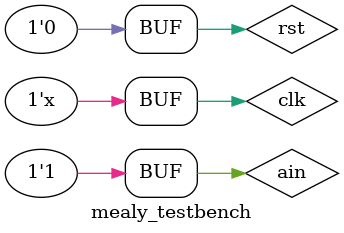
<source format=v>
`timescale 1ns / 1ps


module mealy_testbench();
wire aout;
reg clk, rst, ain;

mealy mealy1(.aout(aout),.clk(clk),.rst(rst),.ain(ain),.state(state));

initial begin
    rst = 0;
end

initial begin
    clk = 0;
end
always begin
    #1 clk = ~clk;
end

initial begin
    ain = 0;
    #10 ain = 1;
    #10 ain = 1;
    #10 ain = 0;
    #10 ain = 0;
    #10 ain = 0;
    #10 ain = 1;
    #10 ain = 0;
    #10 ain = 1;
end

   
endmodule

</source>
